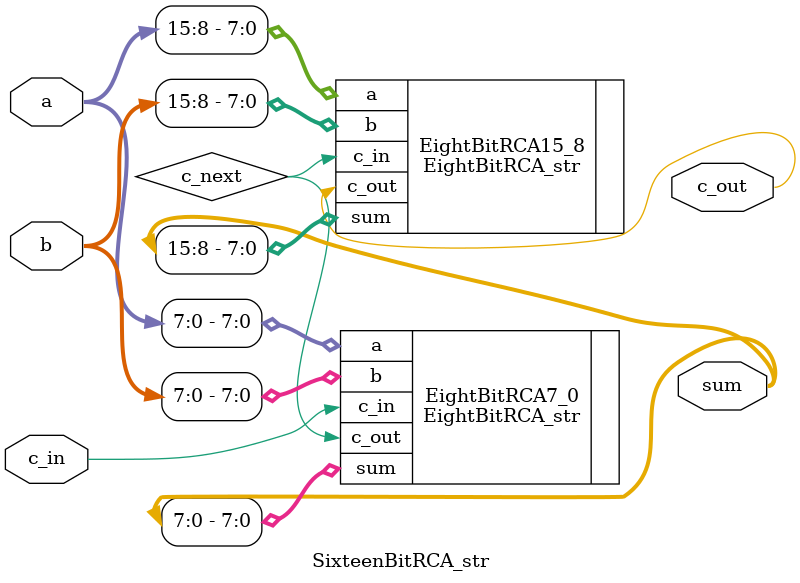
<source format=v>
`timescale 1ns / 1ps


module SixteenBitRCA_str(
    output c_out,
    output [15:0] sum,
    input [15:0] a,
    input [15:0] b,
    input c_in
    );
    
    wire c_next;            // the carry out of the 8-bit adder that sums bits 7-0 of a and b
    
    //compute sum using 2 8-bit RCA's
    EightBitRCA_str      EightBitRCA7_0        (.c_out(c_next), .sum(sum[7:0]), .a(a[7:0]), .b(b[7:0]), .c_in(c_in));       // compute sum of bits 7-0 of a and b with c_in using a 8-bit RCA
    EightBitRCA_str      EightBitRCA15_8       (.c_out(c_out), .sum(sum[15:8]), .a(a[15:8]), .b(b[15:8]), .c_in(c_next));   // compute sum of bits 15-8 of a and b with c_next using a 8-bit RCA
    
endmodule

</source>
